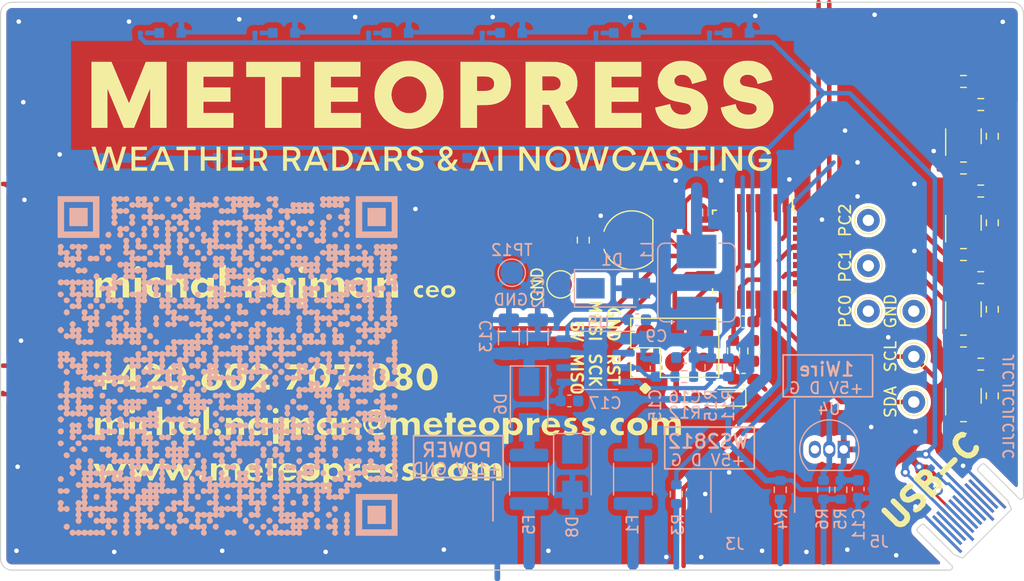
<source format=kicad_pcb>
(kicad_pcb (version 20211014) (generator pcbnew)
  (layers (0 "F.Cu" signal) (31 "B.Cu" signal) (34 "B.Paste" user) (35 "F.Paste" user) (36 "B.SilkS" user "B.Silkscreen") (37 "F.SilkS" user "F.Silkscreen") (38 "B.Mask" user) (39 "F.Mask" user) (44 "Edge.Cuts" user))
  (net 0 "")
  (net 1 "GND")
  (net 2 "Net-(D6-Pad2)")
  (net 3 "+5V")
  (net 18 "Net-(J2-PadA5)")
  (net 19 "Net-(J2-PadB5)")
  (net 20 "Net-(D101-Pad2)")
  (net 21 "Net-(D102-Pad2)")
  (net 22 "Net-(D103-Pad2)")
  (net 23 "Net-(D104-Pad2)")
  (net 24 "Net-(D105-Pad2)")
  (net 25 "Net-(D107-Pad2)")
  (net 26 "Net-(D108-Pad2)")
  (net 27 "Net-(D109-Pad2)")
  (net 28 "Net-(D110-Pad2)")
  (net 29 "Net-(D111-Pad2)")
  (net 30 "Net-(D112-Pad2)")
  (net 31 "unconnected-(J1-Pad2)")
  (net 32 "unconnected-(J1-Pad3)")
  (net 33 "unconnected-(J1-Pad4)")
  (net 34 "Net-(D106-Pad2)")
  (footprint "LED_SMD:LED_0603_1608Metric_Pad1.05x0.95mm_HandSolder" (layer "F.Cu") (at 163.906 134.83 180)
    (fp_text reference "D1" hide)
    (fp_text value "LED")
  )
  (footprint "Resistor_SMD:R_0603_1608Metric_Pad0.98x0.95mm_HandSolder" (layer "F.Cu") (at 151.27 120.94 90)
    (fp_text reference "R14" hide)
    (fp_text value "4k7")
  )
  (footprint "Connector_PinHeader_2.54mm:PinHeader_2x03_P2.54mm_Vertical" (layer "F.Cu") (at 156.777 131.698 90)
    (fp_text reference "J1" hide)
    (fp_text value "USB_B_Micro")
  )
  (footprint "Package_TO_SOT_SMD:SOT-23" (layer "F.Cu") (at 184.7144 134.659 90)
    (fp_text reference "Q5" hide)
    (fp_text value "MMBT3904")
  )
  (footprint "meteopress:MichalNajman" (layer "F.Cu") (at 134 133)
    (fp_text reference "G***" hide)
    (fp_text value "LOGO" hide)
  )
  (footprint "Resistor_SMD:R_0603_1608Metric_Pad0.98x0.95mm_HandSolder" (layer "F.Cu") (at 164.492 130.6855 90)
    (fp_text reference "R8" hide)
    (fp_text value "4k7")
  )
  (footprint "Package_TO_SOT_THT:TO-92_HandSolder" (layer "F.Cu") (at 155.54 122.21 90)
    (fp_text reference "U2" hide)
    (fp_text value "DS18B20")
  )
  (footprint "Resistor_SMD:R_0603_1608Metric_Pad0.98x0.95mm_HandSolder" (layer "F.Cu") (at 166.27 130.6975 -90)
    (fp_text reference "R9" hide)
    (fp_text value "10k")
  )
  (footprint "Package_TO_SOT_SMD:SOT-23" (layer "F.Cu") (at 184.7144 119.419 90)
    (fp_text reference "Q1" hide)
    (fp_text value "MMBT3904")
  )
  (footprint "meteopress:MeteopressLogo_Bare_Inv_60x6" (layer "F.Cu") (at 138 108.17)
    (fp_text reference "J3" hide)
    (fp_text value "Conn_01x01" hide)
  )
  (footprint "meteopress:TestPoint_THTPad_D2.0mm_Drill1.0mm" (layer "F.Cu") (at 176.35 123.2 -90)
    (fp_text reference "TP28" hide)
    (fp_text value "PC1")
  )
  (footprint "meteopress:TestPoint_THTPad_D2.0mm_Drill1.0mm" (layer "F.Cu") (at 180.35 135.2 -90)
    (fp_text reference "TP3" hide)
    (fp_text value "SDA")
  )
  (footprint "Resistor_SMD:R_0603_1608Metric_Pad0.98x0.95mm_HandSolder" (layer "F.Cu") (at 186.2384 109.005)
    (fp_text reference "R40" hide)
    (fp_text value "100k")
  )
  (footprint "Package_TO_SOT_SMD:SOT-23" (layer "F.Cu") (at 184.7144 127.039 90)
    (fp_text reference "Q3" hide)
    (fp_text value "MMBT3904")
  )
  (footprint "Capacitor_SMD:C_0603_1608Metric_Pad1.08x0.95mm_HandSolder" (layer "F.Cu") (at 165.381 128.14)
    (fp_text reference "C16" hide)
    (fp_text value "100n")
  )
  (footprint "meteopress:TestPoint_THTPad_D2.0mm_Drill1.0mm" (layer "F.Cu") (at 176.35 119.2 -90)
    (fp_text reference "TP29" hide)
    (fp_text value "PC2")
  )
  (footprint "Resistor_SMD:R_0603_1608Metric_Pad0.98x0.95mm_HandSolder" (layer "F.Cu") (at 186.2384 116.625 180)
    (fp_text reference "R22" hide)
    (fp_text value "10k")
  )
  (footprint "meteopress:PCB-USB-C_straight" (layer "F.Cu") (at 186.79 146.8 -135)
    (fp_text reference "J2" hide)
    (fp_text value "USB_C_Receptacle" hide)
    (fp_line (start -4.535 0) (end -4.385 0) (layer "Edge.Cuts") (width 0.1))
    (fp_line (start 4.185 0.2) (end 4.185 4.45) (layer "Edge.Cuts") (width 0.1))
    (fp_line (start 3.345 0.75) (end 3.345 4.45) (layer "Edge.Cuts") (width 0.1))
    (fp_line (start 3.545 4.65) (end 3.985 4.65) (layer "Edge.Cuts") (width 0.1))
    (fp_line (start -3.045 0) (end -3.345 0.75) (layer "Edge.Cuts") (width 0.1))
    (fp_line (start -3.345 0.75) (end -3.345 4.45) (layer "Edge.Cuts") (width 0.1))
    (fp_line (start 4.385 0) (end 4.5 0) (layer "Edge.Cuts") (width 0.1))
    (fp_line (start 3.045 0) (end 3.345 0.75) (layer "Edge.Cuts") (width 0.1))
    (fp_line (start -3.985 4.65) (end -3.545 4.65) (layer "Edge.Cuts") (width 0.1))
    (fp_line (start -3.045 0) (end 3.045 0) (layer "Edge.Cuts") (width 0.1))
    (fp_line (start -4.185 0.2) (end -4.185 4.45) (layer "Edge.Cuts") (width 0.1))
    (fp_arc (start 4.185 4.45) (mid 4.126421 4.591422) (end 3.985 4.65) (layer "Edge.Cuts") (width 0.1))
    (fp_arc (start 3.545 4.65) (mid 3.403578 4.591421) (end 3.345 4.45) (layer "Edge.Cuts") (width 0.1))
    (fp_arc (start -4.385 0) (mid -4.243579 0.058579) (end -4.185 0.2) (layer "Edge.Cuts") (width 0.1))
    (fp_arc (start -3.985 4.65) (mid -4.126421 4.591421) (end -4.185 4.45) (layer "Edge.Cuts") (width 0.1))
    (fp_arc (start 4.185 0.2) (mid 4.243578 0.058579) (end 4.385 0) (layer "Edge.Cuts") (width 0.1))
    (fp_arc (start -3.345 4.45) (mid -3.403579 4.591421) (end -3.545 4.65) (layer "Edge.Cuts") (width 0.1))
  )
  (footprint "Resistor_SMD:R_0603_1608Metric_Pad0.98x0.95mm_HandSolder" (layer "F.Cu") (at 184.7144 114.593)
    (fp_text reference "R41" hide)
    (fp_text value "47k")
  )
  (footprint "meteopress:MeteopressLogo_60x10" (layer "F.Cu") (at 138 110)
    (fp_text reference "G***" hide)
    (fp_text value "LOGO" hide)
  )
  (footprint "meteopress:TestPoint_THTPad_D2.0mm_Drill1.0mm" (layer "F.Cu") (at 180.35 131.2 -90)
    (fp_text reference "TP2" hide)
    (fp_text value "SCL")
  )
  (footprint "Resistor_SMD:R_0603_1608Metric_Pad0.98x0.95mm_HandSolder" (layer "F.Cu") (at 187.2544 127.039 90)
    (fp_text reference "R26" hide)
    (fp_text value "47k")
  )
  (footprint "Resistor_SMD:R_0603_1608Metric_Pad0.98x0.95mm_HandSolder" (layer "F.Cu") (at 187.2544 134.659 -90)
    (fp_text reference "R28" hide)
    (fp_text value "100k")
  )
  (footprint "Capacitor_SMD:C_0603_1608Metric_Pad1.08x0.95mm_HandSolder" (layer "F.Cu") (at 165.37 133.19 180)
    (fp_text reference "C14" hide)
    (fp_text value "1u")
  )
  (footprint "Resistor_SMD:R_0603_1608Metric_Pad0.98x0.95mm_HandSolder" (layer "F.Cu") (at 160.35 134.83 180)
    (fp_text reference "R11" hide)
    (fp_text value "4k7")
  )
  (footprint "Resistor_SMD:R_0603_1608Metric_Pad0.98x0.95mm_HandSolder" (layer "F.Cu") (at 187.2544 119.419 -90)
    (fp_text reference "R20" hide)
    (fp_text value "100k")
  )
  (footprint "meteopress:TestPoint_THTPad_D2.0mm_Drill1.0mm" (layer "F.Cu") (at 180.35 127.2 -90)
    (fp_text reference "TP14" hide)
    (fp_text value "GND")
  )
  (footprint "meteopress:TestPoint_THTPad_D2.0mm_Drill1.0mm" (layer "F.Cu") (at 176.35 127.2 -90)
    (fp_text reference "TP27" hide)
    (fp_text value "PC0")
  )
  (footprint "Resistor_SMD:R_0603_1608Metric_Pad0.98x0.95mm_HandSolder" (layer "F.Cu") (at 184.7144 122.213)
    (fp_text reference "R21" hide)
    (fp_text value "47k")
  )
  (footprint "Resistor_SMD:R_0603_1608Metric_Pad0.98x0.95mm_HandSolder" (layer "F.Cu") (at 186.2384 131.865 180)
    (fp_text reference "R30" hide)
    (fp_text value "10k")
  )
  (footprint "Resistor_SMD:R_0603_1608Metric_Pad0.98x0.95mm_HandSolder" (layer "F.Cu") (at 187.2544 111.799 90)
    (fp_text reference "R42" hide)
    (fp_text value "47k")
  )
  (footprint "Resistor_SMD:R_0603_1608Metric_Pad0.98x0.95mm_HandSolder" (layer "F.Cu") (at 184.7144 129.833)
    (fp_text reference "R25" hide)
    (fp_text value "47k")
  )
  (footprint "Package_QFP:TQFP-32_7x7mm_P0.8mm" (layer "F.Cu") (at 166.27 121.94 -90)
    (fp_text reference "U1" hide)
    (fp_text value "ATmega328P-AU")
  )
  (footprint "meteopress:TestPoint_THTPad_D2.0mm_Drill1.0mm" (layer "F.Cu") (at 149.27 124.84 -90)
    (fp_text reference "TP18" hide)
    (fp_text value "GND")
  )
  (footprint "Resistor_SMD:R_0603_1608Metric_Pad0.98x0.95mm_HandSolder" (layer "F.Cu") (at 186.2384 124.245)
    (fp_text reference "R24" hide)
    (fp_text value "100k")
  )
  (footprint "Package_TO_SOT_SMD:SOT-23" (layer "F.Cu") (at 184.7144 111.799 90)
    (fp_text reference "Q11" hide)
    (fp_text value "MMBT3904")
  )
  (footprint "Resistor_SMD:R_0603_1608Metric_Pad0.98x0.95mm_HandSolder" (layer "F.Cu") (at 184.7144 137.453)
    (fp_text reference "R29" hide)
    (fp_text value "47k")
  )
  (footprint "Resistor_SMD:R_0603_1608Metric_Pad0.98x0.95mm_HandSolder" (layer "F.Cu") (at 184.7144 106.973)
    (fp_text reference "R37" hide)
    (fp_text value "47k")
  )
  (footprint "meteopress:R_0201_woSilk" (layer "B.Cu") (at 112.62 102.7 180)
    (fp_text reference "R112" hide)
    (fp_text value "120")
  )
  (footprint "Resistor_SMD:R_0603_1608Metric" (layer "B.Cu") (at 168.598 142.9315 -90)
    (fp_text reference "R4")
    (fp_text value "150R")
  )
  (footprint "meteopress:D_0802_side_woSilk_C965872" (layer "B.Cu") (at 154.925 102.87)
    (fp_text reference "D108" hide)
    (fp_text value "LED")
  )
  (footprint "Capacitor_SMD:C_0603_1608Metric" (layer "B.Cu") (at 160.216 131.2815)
    (fp_text reference "C16")
    (fp_text value "22n")
  )
  (footprint "meteopress:D_0802_side_woSilk_C965872" (layer "B.Cu") (at 150.075 113.53 180)
    (fp_text reference "D105" hide)
    (fp_text value "LED")
  )
  (footprint "meteopress:D_0802_side_woSilk_C965872" (layer "B.Cu") (at 144.925 102.87)
    (fp_text reference "D109" hide)
    (fp_text value "LED")
  )
  (footprint "Capacitor_SMD:C_1206_3216Metric" (layer "B.Cu") (at 144.722 129.4545 90)
    (fp_text reference "C13")
    (fp_text value "4u7/50V")
  )
  (footprint "meteopress:R_0201_woSilk" (layer "B.Cu") (at 162.7 102.7 180)
    (fp_text reference "R107" hide)
    (fp_text value "120")
  )
  (footprint "Package_TO_SOT_THT:TO-92_Inline" (layer "B.Cu") (at 174.182445 139.374398 180)
    (fp_text reference "U4")
    (fp_text value "DS18B20")
  )
  (footprint "meteopress:R_0201_woSilk" (layer "B.Cu") (at 122.3 113.7)
    (fp_text reference "R102" hide)
    (fp_text value "120")
  )
  (footprint "meteopress:D_0802_side_woSilk_C965872" (layer "B.Cu") (at 140.075 113.53 180)
    (fp_text reference "D104" hide)
    (fp_text value "LED")
  )
  (footprint "Resistor_SMD:R_0603_1608Metric" (layer "B.Cu") (at 172.408 142.9305 90)
    (fp_text reference "R6")
    (fp_text value "330R")
  )
  (footprint "Capacitor_SMD:C_1206_3216Metric" (layer "B.Cu") (at 147.262 129.4545 90)
    (fp_text reference "C12")
    (fp_text value "4u7/50V")
  )
  (footprint "meteopress:R_0201_woSilk" (layer "B.Cu") (at 142.7 102.7 180)
    (fp_text reference "R109" hide)
    (fp_text value "120")
  )
  (footprint "Diode_SMD:D_SMA" (layer "B.Cu") (at 146.5 135.428 -90)
    (fp_text reference "D6")
    (fp_text value "D_Schottky")
  )
  (footprint "meteopress:R_0201_woSilk" (layer "B.Cu") (at 132.7 102.7 180)
    (fp_text reference "R110" hide)
    (fp_text value "120")
  )
  (footprint "Resistor_SMD:R_0603_1608Metric" (layer "B.Cu") (at 160.153 132.9615 180)
    (fp_text reference "R12")
    (fp_text value "100R")
  )
  (footprint "meteopress:D_0802_side_woSilk_C965872" (layer "B.Cu") (at 120.075 113.53 180)
    (fp_text reference "D102" hide)
    (fp_text value "LED")
  )
  (footprint "meteopress:D_0802_side_woSilk_C965872" (layer "B.Cu") (at 110.075 113.53 180)
    (fp_text reference "D101" hide)
    (fp_text value "LED")
  )
  (footprint "Diode_SMD:D_SMA" (layer "B.Cu") (at 153.898 125.1855)
    (fp_text reference "D1")
    (fp_text value "SS14")
  )
  (footprint "meteopress:vCard_MichalNajman_30" (layer "B.Cu") (at 120 132 180)
    (fp_text reference "G***" hide)
    (fp_text value "LOGO" hide)
  )
  (footprint "Capacitor_SMD:C_0603_1608Metric" (layer "B.Cu") (at 156.012 127.9535 180)
    (fp_text reference "C9")
    (fp_text value "100n")
  )
  (footprint "Fuse:Fuse_1812_4532Metric" (layer "B.Cu") (at 146.5 142 90)
    (fp_text reference "F5")
    (fp_text value "1A")
  )
  (footprint "meteopress:D_0802_side_woSilk_C965872" (layer "B.Cu") (at 114.925 102.87)
    (fp_text reference "D112" hide)
    (fp_text value "LED")
  )
  (footprint "TestPoint:TestPoint_THTPad_D2.0mm_Drill1.0mm" (layer "B.Cu") (at 144.976 123.8175 180)
    (fp_text reference "TP12")
    (fp_text value "GND")
  )
  (footprint "meteopress:D_0402_woSilk" (layer "B.Cu") (at 182.19 141.39 -45)
    (fp_text reference "R143" hide)
    (fp_text value "5k1")
  )
  (footprint "meteopress:D_0802_side_woSilk_C965872" (layer "B.Cu") (at 160.075 113.53 180)
    (fp_text reference "D106" hide)
    (fp_text value "LED")
  )
  (footprint "meteopress:D_0402_woSilk" (layer "B.Cu") (at 181.39 142.17 -45)
    (fp_text reference "R142" hide)
    (fp_text value "5k1")
  )
  (footprint "meteopress:D_0802_side_woSilk_C965872" (layer "B.Cu") (at 164.925 102.87)
    (fp_text reference "D107" hide)
    (fp_text value "LED")
  )
  (footprint "meteopress:R_0201_woSilk" (layer "B.Cu") (at 122.7 102.7 180)
    (fp_text reference "R111" hide)
    (fp_text value "120")
  )
  (footprint "Resistor_SMD:R_0603_1608Metric" (layer "B.Cu") (at 164.026 132.1365 -90)
    (fp_text reference "R11")
    (fp_text value "10k")
  )
  (footprint "meteopress:D_0802_side_woSilk_C965872" (layer "B.Cu") (at 134.925 102.87)
    (fp_text reference "D110" hide)
    (fp_text value "LED")
  )
  (footprint "meteopress:R_0201_woSilk" (layer "B.Cu") (at 112.3 113.7)
    (fp_text reference "R101" hide)
    (fp_text value "120")
  )
  (footprint "meteopress:R_0201_woSilk" (layer "B.Cu") (at 152.3 113.7)
    (fp_text reference "R105" hide)
    (fp_text value "120")
  )
  (footprint "Inductor_SMD:L_Bourns_SRP7028A_7.3x6.6mm" (layer "B.Cu") (at 161.232 124.6775 90)
    (fp_text reference "L1")
    (fp_text value "47u")
  )
  (footprint "meteopress:R_0201_woSilk" (layer "B.Cu") (at 132.3 113.7)
    (fp_text reference "R103" hide)
    (fp_text value "120")
  )
  (footprint "Capacitor_SMD:C_0603_1608Metric" (layer "B.Cu") (at 157.676 132.1865 90)
    (fp_text reference "C15")
    (fp_text value "8.2n")
  )
  (footprint "Fuse:Fuse_1812_4532Metric" (layer "B.Cu") (at 155.644 142 -90)
    (fp_text reference "F1")
    (fp_text value "0.5A")
  )
  (footprint "Resistor_SMD:R_0603_1608Metric" (layer "B.Cu") (at 159.454 143.3125 -90)
    (fp_text reference "R3")
    (fp_text value "330R")
  )
  (footprint "meteopress:D_0802_side_woSilk_C965872" (layer "B.Cu") (at 130.075 113.53 180)
    (fp_text reference "D103" hide)
    (fp_text value "LED")
  )
  (footprint "meteopress:R_0201_woSilk" (layer "B.Cu") (at 162.3 113.7)
    (fp_text reference "R106" hide)
    (fp_text value "120")
  )
  (footprint "Diode_SMD:D_SMA" (layer "B.Cu") (at 150.31 141.3755 -90)
    (fp_text reference "D8")
    (fp_text value "TVS")
  )
  (footprint "meteopress:R_0201_woSilk" (layer "B.Cu") (at 152.7 102.7 180)
    (fp_text reference "R108" hide)
    (fp_text value "120")
  )
  (footprint "Resistor_SMD:R_0603_1608Metric" (layer "B.Cu") (at 173.932 142.9315 -90)
    (fp_text reference "R5")
    (fp_text value "22k")
  )
  (footprint "Capacitor_SMD:C_0603_1608Metric" (layer "B.Cu") (at 175.456 142.8675 -90)
    (fp_text reference "C11")
    (fp_text value "100n")
  )
  (footprint "meteopress:D_0802_side_woSilk_C965872" (layer "B.Cu") (at 124.925 102.87)
    (fp_text reference "D111" hide)
    (fp_text value "LED")
  )
  (footprint "Capacitor_SMD:C_0603_1608Metric" (layer "B.Cu") (at 150.043 135.1045 180)
    (fp_text reference "C17")
    (fp_text value "8.2n")
  )
  (footprint "Resistor_SMD:R_0603_1608Metric" (layer "B.Cu") (at 162.502 132.1365 90)
    (fp_text reference "R15")
    (fp_text value "1k8")
  )
  (footprint "Package_SO:SOIC-8_3.9x4.9mm_P1.27mm" (layer "B.Cu") (at 152.342 131.5355 180)
    (fp_text reference "U5")
    (fp_text value "TPS54331")
  )
  (footprint "meteopress:R_0201_woSilk" (layer "B.Cu") (at 142.3 113.7)
    (fp_text reference "R104" hide)
    (fp_text value "120")
  )
  (gr_rect (start 168.852 131.0565) (end 176.726 134.7395) (layer "B.SilkS") (width 0.15) (fill none))
  (gr_line (start 169.868 134.9935) (end 169.868 144.8995) (layer "B.SilkS") (width 0.15))
  (gr_rect (start 158.438 137.4065) (end 166.312 141.0895) (layer "B.SilkS") (width 0.15) (fill none))
  (gr_line (start 162.502 141.3435) (end 162.502 144.8995) (layer "B.SilkS") (width 0.15))
  (gr_rect (start 136.34 138.1685) (end 144.214 141.8515) (layer "B.SilkS") (width 0.15) (fill none))
  (gr_line (start 143.325 142.2325) (end 143.325 145.6615) (layer "B.SilkS") (width 0.15))
  (gr_line (start 188.999999 100.000001) (end 101 100.000001) (layer "Edge.Cuts") (width 0.1))
  (gr_arc (start 188.999999 100.000001) (mid 189.707106 100.292894) (end 189.999999 101.000001) (layer "Edge.Cuts") (width 0.1))
  (gr_line (start 101.000001 149.999999) (end 183.608019 149.999999) (layer "Edge.Cuts") (width 0.1))
  (gr_arc (start 100 101) (mid 100.292893 100.292893) (end 101 100) (layer "Edge.Cuts") (width 0.1))
  (gr_arc (start 101.000001 149.999999) (mid 100.292894 149.707106) (end 100.000001 148.999999) (layer "Edge.Cuts") (width 0.1))
  (gr_line (start 183.608019 149.999999) (end 183.608019 149.991981) (layer "Edge.Cuts") (width 0.1))
  (gr_line (start 189.999999 143.603271) (end 189.996729 143.603271) (layer "Edge.Cuts") (width 0.1))
  (gr_line (start 100 101) (end 100 148.999999) (layer "Edge.Cuts") (width 0.1))
  (gr_line (start 189.999999 101.000001) (end 189.999999 143.603271) (layer "Edge.Cuts") (width 0.1))
  (gr_text "+12V GND" (at 140.15 141.0895) (layer "B.SilkS") (effects (font (size 1 1)) (justify mirror)))
  (gr_text "+5V D G" (at 172.662 133.9775) (layer "B.SilkS") (effects (font (size 1 1)) (justify mirror)))
  (gr_text "WS2812" (at 162.248 138.6765) (layer "B.SilkS") (effects (font (size 1.2 1.2) (thickness 0.2)) (justify mirror)))
  (gr_text "JLCJLCJLCJLC" (at 188.7 135.6 90) (layer "B.SilkS") (effects (font (size 0.9 0.9) (thickness 0.16)) (justify mirror)))
  (gr_text "J5" (at 177.3 147.5) (layer "B.SilkS") (effects (font (size 1 1)) (justify mirror)))
  (gr_text "J3" (at 164.6 147.7) (layer "B.SilkS") (effects (font (size 1 1)) (justify mirror)))
  (gr_text "GND" (at 144.9 126.2) (layer "B.SilkS") (effects (font (size 1 1)) (justify mirror)))
  (gr_text "POWER" (at 140.15 139.4385) (layer "B.SilkS") (effects (font (size 1.2 1.2) (thickness 0.2)) (justify mirror)))
  (gr_text "1Wire" (at 172.662 132.3265) (layer "B.SilkS") (effects (font (size 1.2 1.2) (thickness 0.2)) (justify mirror)))
  (gr_text "+5V D G" (at 162.248 140.3275) (layer "B.SilkS") (effects (font (size 1 1)) (justify mirror)))
  (gr_text "RST\nSCK\nMISO" (at 152.3 130.8 270) (layer "F.SilkS") (effects (font (size 1 1) (thickness 0.2)) (justify left)))
  (gr_text "." (at 159.188 134 270) (layer "F.SilkS") (effects (font (size 6 6) (thickness 0.4))))
  (gr_text "GND\nMOSI\n5V" (at 152.3 130 270) (layer "F.SilkS") (effects (font (size 1 1) (thickness 0.2)) (justify right)))
  (gr_text "USB-C" (at 181.9 142.163768 45) (layer "F.SilkS") (effects (font (size 2 2) (thickness 0.5))))
  (segment (start 173.975 135.2) (end 180.35 135.2) (width 0.4) (layer "F.Cu") (net 0))
  (segment (start 168.27 127.94) (end 170.77 130.44) (width 0.4) (layer "F.Cu") (net 0))
  (segment (start 183.0644 129.0955) (end 183.0644 126.2322) (width 0.4) (layer "F.Cu") (net 0))
  (segment (start 162.02 119.94) (end 163.05 119.94) (width 0.4) (layer "F.Cu") (net 0))
  (segment (start 154.213 126.725) (end 155.059 125.879) (width 0.4) (layer "F.Cu") (net 0))
  (segment (start 183.7704 112.7365) (end 185.6269 114.593) (width 0.4) (layer "F.Cu") (net 0))
  (segment (start 169.67 121.54) (end 168.47 122.74) (width 0.4) (layer "F.Cu") (net 0))
  (segment (start 183.8019 106.973) (end 183.102 106.973) (width 0.4) (layer "F.Cu") (net 0))
  (segment (start 172.12 123.14) (end 170.52 123.14) (width 0.4) (layer "F.Cu") (net 0))
  (segment (start 162.02 119.14) (end 162.02 118.11) (width 0.4) (layer "F.Cu") (net 0))
  (segment (start 163.05 119.94) (end 163.72 119.27) (width 0.4) (layer "F.Cu") (net 0))
  (segment (start 185.6644 126.343) (end 185.9844 126.023) (width 0.6) (layer "F.Cu") (net 0))
  (segment (start 187.6449 124.739) (end 187.1509 124.245) (width 0.4) (layer "F.Cu") (net 0))
  (segment (start 187.6449 132.359) (end 189.0582 132.359) (width 0.4) (layer "F.Cu") (net 0))
  (segment (start 100.2 134.5) (end 109 134.5) (width 0.4) (layer "F.Cu") (net 0))
  (segment (start 109 134.5) (end 114.775 128.725) (width 0.4) (layer "F.Cu") (net 0))
  (segment (start 167.47 120.0225) (end 167.4695 120.023) (width 0.4) (layer "F.Cu") (net 0))
  (segment (start 173.5375 134.7625) (end 173.975 135.2) (width 0.4) (layer "F.Cu") (net 0))
  (segment (start 153.991 128.725) (end 154.513 128.203) (width 0.4) (layer "F.Cu") (net 0))
  (segment (start 167.47 117.69) (end 167.47 120.0225) (width 0.4) (layer "F.Cu") (net 0))
  (segment (start 167.4695 120.69) (end 167.4695 121.6295) (width 0.4) (layer "F.Cu") (net 0))
  (segment (start 183.7644 127.9765) (end 183.7704 127.9765) (width 0.4) (layer "F.Cu") (net 0))
  (segment (start 173.21 118.81) (end 172.65 118.25) (width 0.4) (layer "F.Cu") (net 0))
  (segment (start 114.775 128.725) (end 153.991 128.725) (width 0.4) (layer "F.Cu") (net 0))
  (segment (start 170.52 123.94) (end 169.11 123.94) (width 0.4) (layer "F.Cu") (net 0))
  (segment (start 168.27 117.69) (end 168.27 119.0995) (width 0.4) (layer "F.Cu") (net 0))
  (segment (start 174.01 118.52) (end 174.01 119.78) (width 0.4) (layer "F.Cu") (net 0))
  (segment (start 187.7764 136.959) (end 187.2544 136.437) (width 0.4) (layer "F.Cu") (net 0))
  (segment (start 165.755 124.43) (end 167.43 124.43) (width 0.4) (layer "F.Cu") (net 0))
  (segment (start 187.7764 136.959) (end 189.0582 136.959) (width 0.4) (layer "F.Cu") (net 0))
  (segment (start 185.6644 111.103) (end 185.9844 110.783) (width 0.6) (layer "F.Cu") (net 0))
  (segment (start 172.85 123.87) (end 172.12 123.14) (width 0.4) (layer "F.Cu") (net 0))
  (segment (start 107.8 132) (end 113.075 126.725) (width 0.4) (layer "F.Cu") (net 0))
  (segment (start 165.87 120.6795) (end 165.87 121.6295) (width 0.4) (layer "F.Cu") (net 0))
  (segment (start 187.6449 132.359) (end 187.1509 131.865) (width 0.4) (layer "F.Cu") (net 0))
  (segment (start 187.6449 124.739) (end 189.2782 124.739) (width 0.4) (layer "F.Cu") (net 0))
  (segment (start 183.079472 122.213) (end 183.8019 122.213) (width 0.4) (layer "F.Cu") (net 0))
  (segment (start 170.52 121.54) (end 169.67 121.54) (width 0.4) (layer "F.Cu") (net 0))
  (segment (start 163.031 134.83) (end 161.2625 134.83) (width 0.5) (layer "F.Cu") (net 0))
  (segment (start 184.7144 117.2365) (end 185.3259 116.625) (width 0.4) (layer "F.Cu") (net 0))
  (segment (start 167.345 127.896793) (end 167.47 127.771793) (width 0.4) (layer "F.Cu") (net 0))
  (segment (start 100.2 134.4) (end 100.2 134.5) (width 0.4) (layer "F.Cu") (net 0))
  (segment (start 165.87 120.0225) (end 165.87 120.6795) (width 0.4) (layer "F.Cu") (net 0))
  (segment (start 100.2 132) (end 107.8 132) (width 0.4) (layer "F.Cu") (net 0))
  (segment (start 185.6644 120.3565) (end 185.6644 118.723) (width 0.6) (layer "F.Cu") (net 0))
  (segment (start 183.102 106.973) (end 182.35 107.725) (width 0.4) (layer "F.Cu") (net 0))
  (segment (start 165.165 137.725) (end 160.097 142.793) (width 0.4) (layer "F.Cu") (net 0))
  (segment (start 160.097 146.913) (end 160.097 142.793) (width 0.4) (layer "F.Cu") (net 0))
  (segment (start 172.15 118.25) (end 171.97 118.07) (width 0.4) (layer "F.Cu") (net 0))
  (segment (start 183.8019 129.833) (end 183.0644 129.0955) (width 0.4) (layer "F.Cu") (net 0))
  (segment (start 173.05 120.74) (end 170.52 120.74) (width 0.4) (layer "F.Cu") (net 0))
  (segment (start 183.7644 112.7365) (end 183.7704 112.7365) (width 0.4) (layer "F.Cu") (net 0))
  (segment (start 172.85 134.075) (end 173.5375 134.7625) (width 0.4) (layer "F.Cu") (net 0))
  (segment (start 169.07 126.84) (end 170.77 128.54) (width 0.4) (layer "F.Cu") (net 0))
  (segment (start 171.97 118.07) (end 171.97 100) (width 0.4) (layer "F.Cu") (net 0))
  (segment (start 158.928 120.94) (end 159.528 121.54) (width 0.4) (layer "F.Cu") (net 0))
  (segment (start 187.2544 136.437) (end 187.2544 135.5715) (width 0.4) (layer "F.Cu") (net 0))
  (segment (start 169.15 137.725) (end 165.165 137.725) (width 0.4) (layer "F.Cu") (net 0))
  (segment (start 183.9 137.5511) (end 183.8019 137.453) (width 0.4) (layer "F.Cu") (net 0))
  (segment (start 166.67 126.19) (end 166.67 127.6095) (width 0.4) (layer "F.Cu") (net 0))
  (segment (start 165.87 121.6295) (end 165.8705 121.63) (width 0.4) (layer "F.Cu") (net 0))
  (segment (start 187.2544 132.7495) (end 187.6449 132.359) (width 0.4) (layer "F.Cu") (net 0))
  (segment (start 171.595 119.94) (end 171.625 119.97) (width 0.4) (layer "F.Cu") (net 0))
  (segment (start 159.576 123.14) (end 154.513 128.203) (width 0.4) (layer "F.Cu") (net 0))
  (segment (start 167.47 127.771793) (end 167.47 126.19) (width 0.4) (layer "F.Cu") (net 0))
  (segment (start 159.528 121.54) (end 162.02 121.54) (width 0.4) (layer "F.Cu") (net 0))
  (segment (start 183.6699 114.725) (end 183.8019 114.593) (width 0.4) (layer "F.Cu") (net 0))
  (segment (start 170.52 126.29) (end 170.77 126.54) (width 0.4) (layer "F.Cu") (net 0))
  (segment (start 162.02 118.11) (end 161.81 117.9) (width 0.4) (layer "F.Cu") (net 0))
  (segment (start 161.302 126.023) (end 162.02 125.305) (width 0.4) (layer "F.Cu") (net 0))
  (segment (start 165.07 126.19) (end 165.07 125.115) (width 0.4) (layer "F.Cu") (net 0))
  (segment (start 162.02 122.34) (end 158.598 122.34) (width 0.4) (layer "F.Cu") (net 0))
  (segment (start 184.7144 110.8615) (end 184.7144 109.6165) (width 0.4) (layer "F.Cu") (net 0))
  (segment (start 171.625 119.97) (end 172.75 119.97) (width 0.4) (layer "F.Cu") (net 0))
  (segment (start 165.87 117.69) (end 165.87 120.0225) (width 0.4) (layer "F.Cu") (net 0))
  (segment (start 172.75 119.97) (end 173.21 119.51) (width 0.4) (layer "F.Cu") (net 0))
  (segment (start 172.85 133.125) (end 172.85 132.45) (width 0.4) (layer "F.Cu") (net 0))
  (segment (start 187.2544 126.1265) (end 187.2544 125.1295) (width 0.4) (layer "F.Cu") (net 0))
  (segment (start 184.7144 126.1015) (end 184.7144 124.8565) (width 0.4) (layer "F.Cu") (net 0))
  (segment (start 169.07 117.69) (end 169.07 119.94) (width 0.4) (layer "F.Cu") (net 0))
  (segment (start 154.27 120.94) (end 152.1825 120.94) (width 0.4) (layer "F.Cu") (net 0))
  (segment (start 158.598 122.34) (end 155.059 125.879) (width 0.4) (layer "F.Cu") (net 0))
  (segment (start 168.27 126.19) (end 168.27 127.94) (width 0.4) (layer "F.Cu") (net 0))
  (segment (start 184.7144 109.6165) (end 185.3259 109.005) (width 0.4) (layer "F.Cu") (net 0))
  (segment (start 167.4695 121.6295) (end 167.48 121.64) (width 0.4) (layer "F.Cu") (net 0))
  (segment (start 172.85 132.45) (end 172.85 134.075) (width 0.4) (layer "F.Cu") (net 0))
  (segment (start 187.7764 129.339) (end 187.2544 128.817) (width 0.4) (layer "F.Cu") (net 0))
  (segment (start 154.27 120.94) (end 158.928 120.94) (width 0.4) (layer "F.Cu") (net 0))
  (segment (start 172.85 134.025) (end 169.15 137.725) (width 0.4) (layer "F.Cu") (net 0))
  (segment (start 187.7764 129.339) (end 189.1782 129.339) (width 0.4) (layer "F.Cu") (net 0))
  (segment (start 174.01 119.78) (end 173.05 120.74) (width 0.4) (layer "F.Cu") (net 0))
  (segment (start 169.07 119.94) (end 169.07 120.53) (width 0.4) (layer "F.Cu") (net 0))
  (segment (start 113.075 126.725) (end 154.213 126.725) (width 0.4) (layer "F.Cu") (net 0))
  (segment (start 152.1825 120.94) (end 151.27 121.8525) (width 0.4) (layer "F.Cu") (net 0))
  (segment (start 187.2544 117.5095) (end 187.6449 117.119) (width 0.4) (layer "F.Cu") (net 0))
  (segment (start 162.02 125.305) (end 162.02 124.74) (width 0.4) (layer "F.Cu") (net 0))
  (segment (start 185.6644 112.7365) (end 185.6644 111.103) (width 0.6) (layer "F.Cu") (net 0))
  (segment (start 187.2544 118.5065) (end 187.2544 117.5095) (width 0.4) (layer "F.Cu") (net 0))
  (segment (start 187.6449 117.119) (end 189.1982 117.119) (width 0.4) (layer "F.Cu") (net 0))
  (segment (start 183.7704 127.9765) (end 185.6269 129.833) (width 0.4) (layer "F.Cu") (net 0))
  (segment (start 165.07 125.115) (end 165.755 124.43) (width 0.4) (layer "F.Cu") (net 0))
  (segment (start 170.52 124.74) (end 170.52 126.29) (width 0.4) (layer "F.Cu") (net 0))
  (segment (start 172.91 100) (end 172.91 117.42) (width 0.4) (layer "F.Cu") (net 0))
  (segment (start 183.0644 126.2322) (end 180.6 123.7678) (width 0.4) (layer "F.Cu") (net 0))
  (segment (start 183.9 138.825) (end 183.9 137.5511) (width 0.4) (layer "F.Cu") (net 0))
  (segment (start 173.21 119.51) (end 173.21 118.81) (width 0.4) (layer "F.Cu") (net 0))
  (segment (start 184.7144 133.7215) (end 184.7144 132.4765) (width 0.4) (layer "F.Cu") (net 0))
  (segment (start 167.39491 127.946703) (end 167.345 127.896793) (width 0.4) (layer "F.Cu") (net 0))
  (segment (start 151.32 121.915) (end 148.92 124.315) (width 0.4) (layer "F.Cu") (net 0))
  (segment (start 169.07 120.53) (end 168.76 120.84) (width 0.4) (layer "F.Cu") (net 0))
  (segment (start 170.52 119.94) (end 171.595 119.94) (width 0.4) (layer "F.Cu") (net 0))
  (segment (start 167.4695 120.023) (end 167.4695 120.69) (width 0.4) (layer "F.Cu") (net 0))
  (segment (start 187.2544 125.1295) (end 187.6449 124.739) (width 0.4) (layer "F.Cu") (net 0))
  (segment (start 185.6644 135.5965) (end 185.6644 133.963) (width 0.6) (layer "F.Cu") (net 0))
  (segment (start 184.7144 132.4765) (end 185.3259 131.865) (width 0.4) (layer "F.Cu") (net 0))
  (segment (start 172.85 134.075) (end 172.85 133.125) (width 0.4) (layer "F.Cu") (net 0))
  (segment (start 182.55 114.725) (end 183.6699 114.725) (width 0.4) (layer "F.Cu") (net 0))
  (segment (start 183.7704 135.5965) (end 185.6269 137.453) (width 0.4) (layer "F.Cu") (net 0))
  (segment (start 185.6644 127.9765) (end 185.6644 126.343) (width 0.6) (layer "F.Cu") (net 0))
  (segment (start 172.85 133.125) (end 172.85 134.025) (width 0.4) (layer "F.Cu") (net 0))
  (segment (start 160.097 146.913) (end 160.097 149.639) (width 0.4) (layer "F.Cu") (net 0))
  (segment (start 172.91 117.42) (end 174.01 118.52) (width 0.4) (layer "F.Cu") (net 0))
  (segment (start 180.700736 119.834264) (end 183.079472 122.213) (width 0.4) (layer "F.Cu") (net 0))
  (segment (start 172.65 118.25) (end 172.15 118.25) (width 0.4) (layer "F.Cu") (net 0))
  (segment (start 166.67 127.6095) (end 166.2435 128.036) (width 0.4) (layer "F.Cu") (net 0))
  (segment (start 184.7144 124.8565) (end 185.3259 124.245) (width 0.4) (layer "F.Cu") (net 0))
  (segment (start 187.6449 117.119) (end 187.1509 116.625) (width 0.4) (layer "F.Cu") (net 0))
  (segment (start 187.2544 128.817) (end 187.2544 127.9515) (width 0.4) (layer "F.Cu") (net 0))
  (segment (start 162.02 119.94) (end 163.07 119.94) (width 0.4) (layer "F.Cu") (net 0))
  (segment (start 184.7144 118.4815) (end 184.7144 117.2365) (width 0.4) (layer "F.Cu") (net 0))
  (segment (start 169.07 126.19) (end 169.07 126.84) (width 0.4) (layer "F.Cu") (net 0))
  (segment (start 187.2544 133.7465) (end 187.2544 132.7495) (width 0.4) (layer "F.Cu") (net 0))
  (segment (start 162.02 123.14) (end 159.576 123.14) (width 0.4) (layer "F.Cu") (net 0))
  (segment (start 172.85 132.45) (end 172.85 123.87) (width 0.4) (layer "F.Cu") (net 0))
  (segment (start 185.6644 133.963) (end 185.9844 133.643) (width 0.6) (layer "F.Cu") (net 0))
  (segment (start 169.11 123.94) (end 168.87 124.18) (width 0.4) (layer "F.Cu") (net 0))
  (segment (start 185.6644 118.723) (end 185.9844 118.403) (width 0.6) (layer "F.Cu") (net 0))
  (segment (start 183.7644 135.5965) (end 183.7704 135.5965) (width 0.4) (layer "F.Cu") (net 0))
  (segment (start 172.408 147.555) (end 172.408 143.7555) (width 0.5) (layer "B.Cu") (net 0))
  (segment (start 173.932 143.7565) (end 172.409 143.7565) (width 0.5) (layer "B.Cu") (net 0))
  (segment (start 155.644 144.1375) (end 155.644 149.499999) (width 1) (layer "B.Cu") (net 0))
  (segment (start 149.867 129.6305) (end 149.867 128.5785) (width 0.375) (layer "B.Cu") (net 0))
  (segment (start 169.36 133.9775) (end 165.296 138.0415) (width 0.375) (layer "B.Cu") (net 0))
  (segment (start 172.409 143.7565) (end 172.408 143.7555) (width 0.5) (layer "B.Cu") (net 0))
  (segment (start 155.644 147.5665) (end 155.644 144.1375) (width 1) (layer "B.Cu") (net 0))
  (segment (start 159.454 141.3435) (end 159.454 142.4875) (width 0.375) (layer "B.Cu") (net 0))
  (segment (start 146.5 144.1375) (end 146.5 149.499999) (width 1) (layer "B.Cu") (net 0))
  (segment (start 155.237 127.9535) (end 154.192 127.9535) (width 0.375) (layer "B.Cu") (net 0))
  (segment (start 169.36 133.9775) (end 169.36 118.04) (width 0.375) (layer "B.Cu") (net 0))
  (segment (start 169.36 118.04) (end 173.3 114.1) (width 0.375) (layer "B.Cu") (net 0))
  (segment (start 162.756 138.0415) (end 159.454 141.3435) (width 0.375) (layer "B.Cu") (net 0))
  (segment (start 155.237 127.9535) (end 150.492 127.9535) (width 0.375) (layer "B.Cu") (net 0))
  (segment (start 172.408 143.7555) (end 172.408 149.308) (width 0.5) (layer "B.Cu") (net 0))
  (segment (start 150.492 127.9535) (end 149.867 128.5785) (width 0.375) (layer "B.Cu") (net 0))
  (segment (start 167.83 111.58) (end 168.39 111.02) (width 0.8) (layer "F.Cu") (net 1))
  (segment (start 187.002132 143.133045) (end 184.684543 140.815457) (width 0.25) (layer "F.Cu") (net 1))
  (segment (start 168.39 105.05) (end 168.1 104.76) (width 0.8) (layer "F.Cu") (net 1))
  (segment (start 166.27 131.61) (end 164.504 131.61) (width 0.4) (layer "F.Cu") (net 1))
  (segment (start 187.2544 113.577) (end 187.2544 112.7115) (width 0.4) (layer "F.Cu") (net 1))
  (segment (start 164.781 134.83) (end 165.36 134.83) (width 0.4) (layer "F.Cu") (net 1))
  (segment (start 107.600673 110.958025) (end 107.600673 103.090673) (width 0.8) (layer "F.Cu") (net 1))
  (segment (start 107.87 111.58) (end 167.83 111.58) (width 0.8) (layer "F.Cu") (net 1))
  (segment (start 107.600673 111.310673) (end 107.600673 110.958025) (width 0.8) (layer "F.Cu") (net 1))
  (segment (start 187.7764 114.099) (end 189.1382 114.099) (width 0.4) (layer "F.Cu") (net 1))
  (segment (start 170.52 119.14) (end 172.27 119.14) (width 0.4) (layer "F.Cu") (net 1))
  (segment (start 168.39 111.02) (end 168.39 105.05) (width 0.8) (layer "F.Cu") (net 1))
  (segment (start 164.492 131.598) (end 161.957 131.598) (width 0.4) (layer "F.Cu") (net 1))
  (segment (start 161.957 131.598) (end 161.857 131.698) (width 0.4) (layer "F.Cu") (net 1))
  (segment (start 106.73 104.76) (end 103.67 101.7) (width 0.8) (layer "F.Cu") (net 1))
  (segment (start 183.113045 147.013045) (end 180.5 144.4) (width 0.25) (layer "F.Cu") (net 1))
  (segment (start 165.36 134.83) (end 165.97 135.44) (width 0.4) (layer "F.Cu") (net 1))
  (segment (start 164.5075 131.6135) (end 164.492 131.598) (width 0.4) (layer "F.Cu") (net 1))
  (segment (start 103.67 101.7) (end 101.6 101.7) (width 0.8) (layer "F.Cu") (net 1))
  (segment (start 168.1 104.76) (end 106.73 104.76) (width 0.8) (layer "F.Cu") (net 1))
  (segment (start 164.5075 133.19) (end 164.5075 131.6135) (width 0.4) (layer "F.Cu") (net 1))
  (segment (start 107.87 111.58) (end 107.600673 111.310673) (width 0.8) (layer "F.Cu") (net 1))
  (segment (start 184.684543 140.815457) (end 184.662855 140.793768) (width 0.25) (layer "F.Cu") (net 1))
  (segment (start 164.504 131.61) (end 164.492 131.598) (width 0.4) (layer "F.Cu") (net 1))
  (segment (start 187.7764 114.099) (end 187.2544 113.577) (width 0.4) (layer "F.Cu") (net 1))
  (segment (start 183.113045 147.022132) (end 183.113045 147.013045) (width 0.25) (layer "F.Cu") (net 1))
  (via (at 158.575 148.85) (size 0.8) (drill 0.4) (layers "F.Cu" "B.Cu") (net 1))
  (via (at 188.175 101.725) (size 0.8) (drill 0.4) (layers "F.Cu" "B.Cu") (net 1))
  (via (at 175.4 114.1) (size 0.8) (drill 0.4) (layers "F.Cu" "B.Cu") (net 1))
  (via (at 163.4 115.7) (size 0.8) (drill 0.4) (layers "F.Cu" "B.Cu") (net 1))
  (via (at 119.5 148.3) (size 0.8) (drill 0.4) (layers "F.Cu" "B.Cu") (net 1))
  (via (at 182.1 113.1) (size 0.8) (drill 0.4) (layers "F.Cu" "B.Cu") (net 1))
  (via (at 174.3 111.3) (size 0.8) (drill 0.4) (layers "F.Cu" "B.Cu") (net 1))
  (via (at 136.5 118.2) (size 0.8) (drill 0.4) (layers "F.Cu" "B.Cu") (net 1))
  (via (at 178.1 129.5) (size 0.8) (drill 0.4) (layers "F.Cu" "B.Cu") (net 1))
  (via (at 180.4 116) (size 0.8) (drill 0.4) (layers "F.Cu" "B.Cu") (net 1))
  (via (at 159.4 115.7) (size 0.8) (drill 0.4) (layers "F.Cu" "B.Cu") (net 1))
  (via (at 174.5 148.2) (size 0.8) (drill 0.4) (layers "F.Cu" "B.Cu") (net 1))
  (via (at 102.1 117.4) (size 0.8) (drill 0.4) (layers "F.Cu" "B.Cu") (net 1))
  (via (at 162 143.3) (size 0.8) (drill 0.4) (layers "F.Cu" "B.Cu") (net 1))
  (via (at 110 148.4) (size 0.8) (drill 0.4) (layers "F.Cu" "B.Cu") (net 1))
  (via (at 180.4 121.9) (size 0.8) (drill 0.4) (layers "F.Cu" "B.Cu") (net 1))
  (via (at 105.2 113.4) (size 0.8) (drill 0.4) (layers "F.Cu" "B.Cu") (net 1))
  (via (at 101.6 101.7) (size 0.8) (drill 0.4) (layers "F.Cu" "B.Cu") (net 1))
  (via (at 131.2 101.3) (size 0.8) (drill 0.4) (layers "F.Cu" "B.Cu") (net 1))
  (via (at 184.684543 140.815457) (size 0.8) (drill 0.4) (layers "F.Cu" "B.Cu") (net 1))
  (via (at 128.6 148.4) (size 0.8) (drill 0.4) (layers "F.Cu" "B.Cu") (net 1))
  (via (at 161.65 148.85) (size 0.8) (drill 0.4) (layers "F.Cu" "B.Cu") (net 1))
  (via (at 176.6 137.4) (size 0.8) (drill 0.4) (layers "F.Cu" "B.Cu") (net 1))
  (via (at 175.4 117.1) (size 0.8) (drill 0.4) (layers "F.Cu" "B.Cu") (net 1))
  (via (at 121 101.5) (size 0.8) (drill 0.4) (layers "F.Cu" "B.Cu") (net 1))
  (via (at 180.8 140.9) (size 0.8) (drill 0.4) (layers "F.Cu" "B.Cu") (net 1))
  (via (at 102 108.8) (size 0.8) (drill 0.4) (layers "F.Cu" "B.Cu") (net 1))
  (via (at 111.3 101.7) (size 0.8) (drill 0.4) (layers "F.Cu" "B.Cu") (net 1))
  (via (at 178.8 148.7) (size 0.8) (drill 0.4) (layers "F.Cu" "B.Cu") (net 1))
  (via (at 167 148.3) (size 0.8) (drill 0.4) (layers "F.Cu" "B.Cu") (net 1))
  (via (at 143.3 101.3) (size 0.8) (drill 0.4) (layers "F.Cu" "B.Cu") (net 1))
  (via (at 155.4 101.3) (size 0.8) (drill 0.4) (layers "F.Cu" "B.Cu") (net 1))
  (via (at 180.5 137.8) (size 0.8) (drill 0.4) (layers "F.Cu" "B.Cu") (net 1))
  (via (at 152.8 118.8) (size 0.8) (drill 0.4) (layers "F.Cu" "B.Cu") (net 1))
  (via (at 101.5 140.9) (size 0.8) (drill 0.4) (layers "F.Cu" "B.Cu") (net 1))
  (via (at 176.9 101.1) (size 0.8) (drill 0.4) (layers "F.Cu" "B.Cu") (net 1))
  (via (at 180.5 144.4) (size 0.8) (drill 0.4) (layers "F.Cu" "B.Cu") (net 1))
  (via (at 172.27 119.14) (size 0.8) (drill 0.4) (layers "F.Cu" "B.Cu") (net 1))
  (via (at 101.4 148.3) (size 0.8) (drill 0.4) (layers "F.Cu" "B.Cu") (net 1))
  (via (at 166.4 101.2) (size 0.8) (drill 0.4) (layers "F.Cu" "B.Cu") (net 1))
  (via (at 164.1 141.4) (size 0.8) (drill 0.4) (layers "F.Cu" "B.Cu") (net 1))
  (via (at 139 148.2) (size 0.8) (drill 0.4) (layers "F.Cu" "B.Cu") (net 1))
  (via (at 170.9 148.4) (size 0.8) (drill 0.4) (layers "F.Cu" "B.Cu") (net 1))
  (via (at 101.8 129.8) (size 0.8) (drill 0.4) (layers "F.Cu" "B.Cu") (net 1))
  (via (at 148.2 148.3) (size 0.8) (drill 0.4) (layers "F.Cu" "B.Cu") (net 1))
  (via (at 169.4 115.6) (size 0.8) (drill 0.4) (layers "F.Cu" "B.Cu") (net 1))
  (segment (start 142.944 131.1835) (end 142.944 132.7075) (width 0.5) (layer "B.Cu") (net 1))
  (segment (start 158.946 127.5005) (end 161.134 127.5005) (width 1) (layer "B.Cu") (net 1))
  (segment (start 157.858 127.9535) (end 158.438 127.3735) (width 0.375) (layer "B.Cu") (net 1))
  (segment (start 149.867 130.9005) (end 147.291 130.9005) (width 1) (layer "B.Cu") (net 1))
  (segment (start 187.002132 143.133045) (end 184.662855 140.793768) (width 0.25) (layer "B.Cu") (net 1))
  (segment (start 143.706 133.4695) (end 143.706 150.7415) (width 0.5) (layer "B.Cu") (net 1))
  (segment (start 183.113045 147.022132) (end 180.9 144.809087) (width 0.25) (layer "B.Cu") (net 1))
  (segment (start 144.722 130.9295) (end 146.373 130.9295) (width 1) (layer "B.Cu") (net 1))
  (segment (start 160.499 129.6305) (end 161.232 128.8975) (width 1) (layer "B.Cu") (net 1))
  (segment (start 149.268 135.1045) (end 149.268 134.0395) (width 0.375) (layer "B.Cu") (net 1))
  (segment (start 158.438 127.3735) (end 158.438 126.9925) (width 0.375) (layer "B.Cu") (net 1))
  (segment (start 157.52 125.1855) (end 158.438 126.1035) (width 1) (layer "B.Cu") (net 1))
  (segment (start 160.978 132.9615) (end 160.978 131.2945) (width 0.375) (layer "B.Cu") (net 1))
  (segment (start 149.268 134.0395) (end 149.867 133.4405) (width 0.375) (layer "B.Cu") (net 1))
  (segment (start 143.198 130.9295) (end 137.864 130.9295) (width 1) (layer "B.Cu") (net 1))
  (segment (start 143.198 130.9295) (end 144.722 130.9295) (width 1) (layer "B.Cu") (net 1))
  (segment (start 181.457053 141.457053) (end 180.8 140.8) (width 0.25) (layer "B.Cu") (net 1))
  (segment (start 181.057053 141.857053) (end 181.457053 141.457053) (width 0.25) (layer "B.Cu") (net 1))
  (segment (start 142.944 132.7075) (end 143.706 133.4695) (width 0.5) (layer "B.Cu") (net 1))
  (segment (start 154.817 129.6305) (end 160.499 129.6305) (width 1) (layer "B.Cu") (net 1))
  (segment (start 183.113045 147.022132) (end 180.5 144.409087) (width 0.25) (layer "B.Cu") (net 1))
  (segment (start 161.134 127.5005) (end 161.232 127.4025) (width 1) (layer "B.Cu") (net 1))
  (segment (start 146.373 130.9295) (end 147.262 130.9295) (width 1) (layer "B.Cu") (net 1))
  (segment (start 146.5 131.0565) (end 146.373 130.9295) (width 1) (layer "B.Cu") (net 1))
  (segment (start 160.978 131.2945) (end 160.991 131.2815) (width 0.375) (layer "B.Cu") (net 1))
  (segment (start 181.457053 141.457053) (end 181.857053 141.057053) (width 0.25) (layer "B.Cu") (net 1))
  (segment (start 143.198 130.9295) (end 142.944 131.1835) (width 0.5) (layer "B.Cu") (net 1))
  (segment (start 146.5 133.428) (end 146.5 131.0565) (width 1) (layer "B.Cu") (net 1))
  (segment (start 158.438 126.1035) (end 158.438 126.9925) (width 1) (layer "B.Cu") (net 1))
  (segment (start 161.232 128.8975) (end 161.232 127.4025) (width 1) (layer "B.Cu") (net 1))
  (segment (start 147.291 130.9005) (end 147.262 130.9295) (width 1) (layer "B.Cu") (net 1))
  (segment (start 156.673 127.9535) (end 157.858 127.9535) (width 0.375) (layer "B.Cu") (net 1))
  (segment (start 155.898 125.1855) (end 157.52 125.1855) (width 1) (layer "B.Cu") (net 1))
  (segment (start 158.438 126.9925) (end 158.946 127.5005) (width 1) (layer "B.Cu") (net 1))
  (segment (start 149.548 136.8985) (end 147.0295 136.8985) (width 1) (layer "B.Cu") (net 2))
  (segment (start 146.5 139.8625) (end 146.5 137.428) (width 1) (layer "B.Cu") (net 2))
  (segment (start 150.31 137.6605) (end 149.548 136.8985) (width 1) (layer "B.Cu") (net 2))
  (segment (start 150.31 139.3755) (end 150.31 137.6605) (width 1) (layer "B.Cu") (net 2))
  (segment (start 147.0295 136.8985) (end 146.5 137.428) (width 1) (layer "B.Cu") (net 2))
  (segment (start 166.2325 133.19) (end 166.37 133.19) (width 0.4) (layer "F.Cu") (net 3))
  (segment (start 164.27 126.19) (end 164.27 123.99) (width 0.4) (layer "F.Cu") (net 3))
  (segment (start 160.73 120.74) (end 160.2 120.21) (width 0.4) (layer "F.Cu") (net 3))
  (segment (start 100.4 116) (end 100.5 116.1) (width 0.4) (layer "F.Cu") (net 3))
  (segment (start 180.35 131.2) (end 174.8 131.2) (width 0.4) (layer "F.Cu") (net 3))
  (segment (start 151.1975 120.1) (end 151.27 120.0275) (width 0.4) (layer "F.Cu") (net 3))
  (segment (start 185.941472 144.193705) (end 181.541535 139.793768) (width 0.25) (layer "F.Cu") (net 3))
  (segment (start 160.2 120.21) (end 160.2 117.61) (width 0.4) (layer "F.Cu") (net 3))
  (segment (start 100.2 116) (end 100.4 116) (width 0.4) (layer "F.Cu") (net 3))
  (segment (start 184.173705 145.961472) (end 179.606001 141.393768) (width 0.25) (layer "F.Cu") (net 3))
  (segment (start 100.5 116.1) (end 125.8 116.1) (width 0.4) (layer "F.Cu") (net 3))
  (segment (start 129.8 120.1) (end 151.1975 120.1) (width 0.4) (layer "F.Cu") (net 3))
  (segment (start 166.67 122.76) (end 166.24 123.19) (width 0.4) (layer "F.Cu") (net 3))
  (segment (start 164.27 123.99) (end 165.07 123.19) (width 0.4) (layer "F.Cu") (net 3))
  (segment (start 162.02 120.74) (end 160.73 120.74) (width 0.4) (layer "F.Cu") (net 3))
  (segment (start 166.67 117.69) (end 166.67 122.76) (width 0.4) (layer "F.Cu") (net 3))
  (segment (start 164.492 128.0625) (end 164.5185 128.036) (width 0.4) (layer "F.Cu") (net 3))
  (segment (start 165.07 117.69) (end 165.07 123.19) (width 0.4) (layer "F.Cu") (net 3))
  (segment (start 174.8 131.2) (end 173.6 130) (width 0.4) (layer "F.Cu") (net 3))
  (segment (start 125.8 116.1) (end 129.8 120.1) (width 0.4) (layer "F.Cu") (net 3))
  (segment (start 172.42 122.34) (end 170.52 122.34) (width 0.4) (layer "F.Cu") (net 3))
  (segment (start 187.7764 121.719) (end 189.2582 121.719) (width 0.4) (layer "F.Cu") (net 3))
  (segment (start 181.541535 139.793768) (end 181.4 139.793768) (width 0.25) (layer "F.Cu") (net 3))
  (segment (start 173.6 123.52) (end 172.42 122.34) (width 0.4) (layer "F.Cu") (net 3))
  (segment (start 173.6 130) (end 173.6 123.52) (width 0.4) (layer "F.Cu") (net 3))
  (segment (start 187.2544 121.197) (end 187.2544 120.3315) (width 0.4) (layer "F.Cu") (net 3))
  (segment (start 183.7704 120.3565) (end 185.6269 122.213) (width 0.4) (layer "F.Cu") (net 3))
  (segment (start 160.2 117.61) (end 160.73 117.08) (width 0.4) (layer "F.Cu") (net 3))
  (segment (start 164.27 127.7875) (end 164.5185 128.036) (width 0.4) (layer "F.Cu") (net 3))
  (segment (start 164.492 129.773) (end 164.492 128.0625) (width 0.4) (layer "F.Cu") (net 3))
  (segment (start 187.7764 121.719) (end 187.2544 121.197) (width 0.4) (layer "F.Cu") (net 3))
  (segment (start 183.7644 120.3565) (end 183.7704 120.3565) (width 0.4) (layer "F.Cu") (net 3))
  (segment (start 182.123575 132.973575) (end 180.35 131.2) (width 0.4) (layer "F.Cu") (net 3))
  (segment (start 166.24 123.19) (end 165.07 123.19) (width 0.4) (layer "F.Cu") (net 3))
  (segment (start 166.37 133.19) (end 167.27 134.09) (width 0.4) (layer "F.Cu") (net 3))
  (segment (start 164.27 126.19) (end 164.27 127.7875) (width 0.4) (layer "F.Cu") (net 3))
  (via (at 179.6 141.393768) (size 0.8) (drill 0.4) (layers "F.Cu" "B.Cu") (net 3))
  (via (at 181.4 139.793768) (size 0.8) (drill 0.4) (layers "F.Cu" "B.Cu") (net 3))
  (segment (start 172.408 141.3435) (end 172.916 140.8355) (width 0.5) (layer "B.Cu") (net 3))
  (segment (start 169.614 142.1055) (end 168.599 142.1055) (width 0.375) (layer "B.Cu") (net 3))
  (segment (start 181.4 139.793768) (end 181.541535 139.793768) (width 0.25) (layer "B.Cu") (net 3))
  (segment (start 164.026 132.9615) (end 162.502 132.9615) (width 0.375) (layer "B.Cu") (net 3))
  (segment (start 161.245 119.2325) (end 161.245 121.9395) (width 1) (layer "B.Cu") (net 3))
  (segment (start 172.916 140.8355) (end 172.916 139.2905) (width 0.5) (layer "B.Cu") (net 3))
  (segment (start 122.38 103.52) (end 122.35 103.55) (width 0.4) (layer "B.Cu") (net 3))
  (segment (start 167.329 142.1065) (end 164.026 138.8035) (width 0.5) (layer "B.Cu") (net 3))
  (segment (start 132.62 112.92) (end 132.5 112.8) (width 0.4) (layer "B.Cu") (net 3))
  (segment (start 112.3 102.7) (end 112.3 103.1) (width 0.4) (layer "B.Cu") (net 3))
  (segment (start 181.4 139.793768) (end 182.2 138.993768) (width 0.4) (layer "B.Cu") (net 3))
  (segment (start 164.026 138.8035) (end 164.026 136.2635) (width 0.5) (layer "B.Cu") (net 3))
  (segment (start 122.35 103.55) (end 112.75 103.55) (width 0.4) (layer "B.Cu") (net 3))
  (segment (start 142.38 102.7) (end 142.38 103.42) (width 0.4) (layer "B.Cu") (net 3))
  (segment (start 172.926151 142.89252) (end 170.40102 142.89252) (width 0.375) (layer "B.Cu") (net 3))
  (segment (start 181.541535 139.793768) (end 185.941472 144.193705) (width 0.25) (layer "B.Cu") (net 3))
  (segment (start 162.38 102.7) (end 162.38 103.52) (width 0.4) (layer "B.Cu") (net 3))
  (segment (start 152.38 102.7) (end 152.38 103.52) (width 0.4) (layer "B.Cu") (net 3))
  (segment (start 174.186 140.7085) (end 174.186 139.2905) (width 0.5) (layer "B.Cu") (net 3))
  (segment (start 156.123 132.1705) (end 156.914 132.9615) (width 0.375) (layer "B.Cu") (net 3))
  (segment (start 161.994 133.9775) (end 162.502 133.4695) (width 0.375) (layer "B.Cu") (net 3))
  (segment (start 142.6 112.8) (end 132.5 112.8) (width 0.4) (layer "B.Cu") (net 3))
  (segment (start 152.35 103.55) (end 142.25 103.55) (width 0.4) (layer "B.Cu") (net 3))
  (segment (start 173.932 142.1065) (end 173.932 142.6135) (width 0.375) (layer "B.Cu") (net 3))
  (segment (start 168.599 142.1055) (end 168.598 142.1065) (width 0.375) (layer "B.Cu") (net 3))
  (segment (start 156.123 133.4405) (end 156.66 133.9775) (width 0.375) (layer "B.Cu") (net 3))
  (segment (start 167.328 132.9615) (end 164.026 136.2635) (width 1) (layer "B.Cu") (net 3))
  (segment (start 122.38 102.7) (end 122.38 103.52) (width 0.4) (layer "B.Cu") (net 3))
  (segment (start 152.38 103.52) (end 152.35 103.55) (width 0.4) (layer "B.Cu") (net 3))
  (segment (start 132.38 103.52) (end 132.35 103.55) (width 0.4) (layer "B.Cu") (net 3))
  (segment (start 156.914 136.2635) (end 155.644 137.5335) (width 1) (layer "B.Cu") (net 3))
  (segment (start 165.296 120.5155) (end 165.296 115.404) (width 0.375) (layer "B.Cu") (net 3))
  (segment (start 173.5175 135.595) (end 172.916 136.1965) (width 0.5) (layer "B.Cu") (net 3))
  (segment (start 161.245 119.2325) (end 161.245 116.355) (width 1) (layer "B.Cu") (net 3))
  (segment (start 172.408 142.1055) (end 172.408 141.3435) (width 0.5) (layer "B.Cu") (net 3))
  (segment (start 184.167704 145.961472) (end 179.6 141.393768) (width 0.25) (layer "B.Cu") (net 3))
  (segment (start 168.598 143.7565) (end 168.598 147.555) (width 0.5) (layer "B.Cu") (net 3))
  (segment (start 159.328 132.9615) (end 157.676 132.9615) (width 0.375) (layer "B.Cu") (net 3))
  (segment (start 142.38 103.42) (end 142.25 103.55) (width 0.4) (layer "B.Cu") (net 3))
  (segment (start 170.4 106) (end 167.95 103.55) (width 0.4) (layer "B.Cu") (net 3))
  (segment (start 161.245 121.9395) (end 161.232 121.9525) (width 1) (layer "B.Cu") (net 3))
  (segment (start 159.454 144.1375) (end 159.454 149.746) (width 0.5) (layer "B.Cu") (net 3))
  (segment (start 172.951171 142.8675) (end 172.926151 142.89252) (width 0.375) (layer "B.Cu") (net 3))
  (segment (start 174.7 108) (end 172.4 108) (width 0.4) (layer "B.Cu") (net 3))
  (segment (start 122.62 113.7) (end 122.62 112.82) (width 0.4) (layer "B.Cu") (net 3))
  (segment (start 122.6 112.8) (end 113.52 112.8) (width 0.4) (layer "B.Cu") (net 3))
  (segment (start 172.916 136.1965) (end 172.916 139.2905) (width 0.5) (layer "B.Cu") (net 3))
  (segment (start 132.5 112.8) (end 122.6 112.8) (width 0.4) (layer "B.Cu") (net 3))
  (segment (start 113.52 112.8) (end 112.62 113.7) (width 0.4) (layer "B.Cu") (net 3))
  (segment (start 164.026 129.9135) (end 164.026 131.3115) (width 0.375) (layer "B.Cu") (net 3))
  (segment (start 167.95 103.55) (end 162.35 103.55) (width 0.4) (layer "B.Cu") (net 3))
  (segment (start 162.62 112.82) (end 162.6 112.8) (width 0.4) (layer "B.Cu") (net 3))
  (segment (start 152.6 112.8) (end 142.6 112.8) (width 0.4) (layer "B.Cu") (net 3))
  (segment (start 167.328 118.9915) (end 167.328 132.9615) (width 1) (layer "B.Cu") (net 3))
  (segment (start 179.6 140.727207) (end 180.533439 139.793768) (width 0.6) (layer "B.Cu") (net 3))
  (segment (start 170.40102 142.89252) (end 169.614 142.1055) (width 0.375) (layer "B.Cu") (net 3))
  (segment (start 172.4 108) (end 170.4 106) (width 0.4) (layer "B.Cu") (net 3))
  (segment (start 142.62 112.82) (end 142.6 112.8) (width 0.4) (layer "B.Cu") (net 3))
  (segment (start 167.328 118.9915) (end 167.328 113.728) (width 1) (layer "B.Cu") (net 3))
  (segment (start 156.914 132.9615) (end 157.676 132.9615) (width 0.375) (layer "B.Cu") (net 3))
  (segment (start 162.6 112.8) (end 152.6 112.8) (width 0.4) (layer "B.Cu") (net 3))
  (segment (start 132.62 113.7) (end 132.62 112.92) (width 0.4) (layer "B.Cu") (net 3))
  (segment (start 152.62 112.82) (end 152.6 112.8) (width 0.4) (layer "B.Cu") (net 3))
  (segment (start 154.817 132.1705) (end 156.123 132.1705) (width 0.375) (layer "B.Cu") (net 3))
  (segment (start 173.678 142.8675) (end 172.951171 142.8675) (width 0.375) (layer "B.Cu") (net 3))
  (segment (start 184.173705 145.961472) (end 184.167704 145.961472) (width 0.25) (layer "B.Cu") (net 3))
  (segment (start 175.456 142.0925) (end 173.946 142.0925) (width 0.5) (layer "B.Cu") (net 3))
  (segment (start 167.6 112.8) (end 162.6 112.8) (width 0.4) (layer "B.Cu") (net 3))
  (segment (start 173.932 140.9625) (end 174.186 140.7085) (width 0.5) (layer "B.Cu") (net 3))
  (segment (start 132.38 102.7) (end 132.38 103.52) (width 0.4) (layer "B.Cu") (net 3))
  (segment (start 132.35 103.55) (end 122.35 103.55) (width 0.4) (layer "B.Cu") (net 3))
  (segment (start 162.62 113.7) (end 162.62 112.82) (width 0.4) (layer "B.Cu") (net 3))
  (segment (start 164.026 136.2635) (end 156.914 136.2635) (width 1) (layer "B.Cu") (net 3))
  (segment (start 182.2 138.993768) (end 182.2 115.5) (width 0.4) (layer "B.Cu") (net 3))
  (segment (start 142.25 103.55) (end 132.35 103.55) (width 0.4) (layer "B.Cu") (net 3))
  (segment (start 159.454 147.5665) (end 159.454 144.1375) (width 0.5) (layer "B.Cu") (net 3))
  (segment (start 142.62 113.7) (end 142.62 112.82) (width 0.4) (layer "B.Cu") (net 3))
  (segment (start 173.932 142.6135) (end 173.678 142.8675) (width 0.375) (layer "B.Cu") (net 3))
  (segment (start 159.454 149.746) (end 159.450001 149.749999) (width 0.5) (layer "B.Cu") (net 3))
  (segment (start 162.38 103.52) (end 162.35 103.55) (width 0.4) (layer "B.Cu") (net 3))
  (segment (start 156.66 133.9775) (end 161.994 133.9775) (width 0.375) (layer "B.Cu") (net 3))
  (segment (start 112.3 103.1) (end 112.75 103.55) (width 0.4) (layer "B.Cu") (net 3))
  (segment (start 165.296 120.5155) (end 165.296 128.6435) (width 0.375) (layer "B.Cu") (net 3))
  (segment (start 168.598 142.1065) (end 167.329 142.1065) (width 0.5) (layer "B.Cu") (net 3))
  (segment (start 155.644 137.5335) (end 155.644 139.8625) (width 1) (layer "B.Cu") (net 3))
  (segment (start 179.6 141.393768) (end 179.6 140.727207) (width 0.6) (layer "B.Cu") (net 3))
  (segment (start 172.4 108) (end 167.6 112.8) (width 0.4) (layer "B.Cu") (net 3))
  (segment (start 180.533439 139.793768) (end 181.4 139.793768) (width 0.6) (layer "B.Cu") (net 3))
  (segment (start 152.62 113.7) (end 152.62 112.82) (width 0.4) (layer "B.Cu") (net 3))
  (segment (start 165.296 128.6435) (end 164.026 129.9135) (width 0.375) (layer "B.Cu") (net 3))
  (segment (start 182.2 115.5) (end 174.7 108) (width 0.4) (layer "B.Cu") (net 3))
  (segment (start 122.62 112.82) (end 122.6 112.8) (width 0.4) (layer "B.Cu") (net 3))
  (segment (start 162.502 133.4695) (end 162.502 132.9615) (width 0.375) (layer "B.Cu") (net 3))
  (segment (start 168.598 149.402) (end 168.6 149.404) (width 0.5) (layer "B.Cu") (net 3))
  (segment (start 162.35 103.55) (end 152.35 103.55) (width 0.4) (layer "B.Cu") (net 3))
  (segment (start 173.932 142.1065) (end 173.932 140.9625) (width 0.5) (layer "B.Cu") (net 3))
  (segment (start 168.598 143.7565) (end 168.598 149.402) (width 0.5) (layer "B.Cu") (net 3))
  (segment (start 181.4 139.793768) (end 181.2 139.793768) (width 0.4) (layer "B.Cu") (net 3))
  (segment (start 154.817 133.4405) (end 156.123 133.4405) (width 0.375) (layer "B.Cu") (net 3))
  (segment (start 173.946 142.0925) (end 173.932 142.1065) (width 0.5) (layer "B.Cu") (net 3))
  (segment (start 182.3 143.38066) (end 182.3 143.2) (width 0.25) (layer "F.Cu") (net 18))
  (segment (start 184.350482 145.431142) (end 184.331142 145.431142) (width 0.25) (layer "F.Cu") (net 18))
  (segment (start 182.3 143.2) (end 182.5 143) (width 0.25) (layer "F.Cu") (net 18))
  (segment (start 182.3 143.38066) (end 184.350482 145.431142) (width 0.25) (layer "F.Cu") (net 18))
  (via (at 182.5 143) (size 0.8) (drill 0.4) (layers "F.Cu" "B.Cu") (net 18))
  (segment (start 183.2 142.4) (end 182.542947 141.742947) (width 0.25) (layer "B.Cu") (net 18))
  (segment (start 182.5 143) (end 182.2 143) (width 0.25) (layer "B.Cu") (net 18))
  (segment (start 183.44066 142.4) (end 183.2 142.4) (width 0.25) (layer "B.Cu") (net 18))
  (segment (start 182.2 143) (end 181.742947 142.542947) (width 0.25) (layer "B.Cu") (net 18))
  (segment (start 185.411142 144.370482) (end 183.44066 142.4) (width 0.25) (layer "B.Cu") (net 18))
  (segment (start 187.6449 109.499) (end 187.1509 109.005) (width 0.4) (layer "F.Cu") (net 19))
  (segment (start 187.6449 109.499) (end 189.1182 109.499) (width 0.4) (layer "F.Cu") (net 19))
  (segment (start 187.2544 109.8895) (end 187.6449 109.499) (width 0.4) (layer "F.Cu") (net 19))
  (segment (start 187.2544 110.8865) (end 187.2544 109.8895) (width 0.4) (layer "F.Cu") (net 19))
  (segment (start 111.98 113.7) (end 111.05 113.7) (width 0.4) (layer "B.Cu") (net 20))
  (segment (start 121.98 113.7) (end 121.05 113.7) (width 0.4) (layer "B.Cu") (net 21))
  (segment (start 131.98 113.7) (end 131.05 113.7) (width 0.4) (layer "B.Cu") (net 22))
  (segment (start 141.98 113.7) (end 141.05 113.7) (width 0.4) (layer "B.Cu") (net 23))
  (segment (start 151.98 113.7) (end 151.05 113.7) (width 0.4) (layer "B.Cu") (net 24))
  (segment (start 163.02 102.7) (end 163.95 102.7) (width 0.4) (layer "B.Cu") (net 25))
  (segment (start 153.02 102.7) (end 153.95 102.7) (width 0.4) (layer "B.Cu") (net 26))
  (segment (start 143.02 102.7) (end 143.95 102.7) (width 0.4) (layer "B.Cu") (net 27))
  (segment (start 133.02 102.7) (end 133.95 102.7) (width 0.4) (layer "B.Cu") (net 28))
  (segment (start 123.02 102.7) (end 123.95 102.7) (width 0.4) (layer "B.Cu") (net 29))
  (segment (start 112.94 102.7) (end 113.95 102.7) (width 0.4) (layer "B.Cu") (net 30))
  (segment (start 156.777 129.158) (end 154.47 131.465) (width 0.4) (layer "F.Cu") (net 31))
  (segment (start 159.4375 134.83) (end 159.4375 131.8185) (width 0.4) (layer "F.Cu") (net 32))
  (segment (start 163.057233 126.19) (end 163.47 126.19) (width 0.4) (layer "F.Cu") (net 32))
  (segment (start 159.317 131.698) (end 160.567 130.448) (width 0.4) (layer "F.Cu") (net 32))
  (segment (start 160.567 130.448) (end 160.567 128.680233) (width 0.4) (layer "F.Cu") (net 32))
  (segment (start 159.4375 131.8185) (end 159.317 131.698) (width 0.4) (layer "F.Cu") (net 32))
  (segment (start 160.567 128.680233) (end 163.057233 126.19) (width 0.4) (layer "F.Cu") (net 32))
  (segment (start 159.4375 134.83) (end 159.4375 132.2185) (width 0.5) (layer "F.Cu") (net 32))
  (segment (start 160.385 123.94) (end 162.02 123.94) (width 0.4) (layer "F.Cu") (net 33))
  (segment (start 159.317 129.158) (end 159.317 125.008) (width 0.4) (layer "F.Cu") (net 33))
  (segment (start 159.317 125.008) (end 160.385 123.94) (width 0.4) (layer "F.Cu") (net 33))
  (segment (start 161.98 113.7) (end 161.05 113.7) (width 0.4) (layer "B.Cu") (net 34))
  (zone (net 1) (net_name "GND") (layer "F.Cu") (connect_pads (clearance 0.508)) (min_thickness 0.254) (fill yes (thermal_gap 0.508) (thermal_bridge_width 0.508))
    (polygon (pts (xy 190 150) (xy 100 150) (xy 100 100) (xy 190 100)))
  )
  (zone (net 0) (net_name "") (layer "B.Cu") (connect_pads (clearance 0)) (min_thickness 0.254)
    (keepout (tracks allowed) (vias allowed) (pads allowed) (copperpour not_allowed) (footprints allowed))
    (fill (thermal_gap 0.508) (thermal_bridge_width 0.508))
    (polygon (pts (xy 169.8 113) (xy 106.2 113) (xy 106.2 103.4) (xy 169.8 103.4)))
  )
  (zone (net 1) (net_name "GND") (layer "B.Cu") (connect_pads (clearance 0.508)) (min_thickness 0.254) (fill yes (thermal_gap 0.508) (thermal_bridge_width 0.508))
    (polygon (pts (xy 190 150) (xy 100 150) (xy 100 100) (xy 190 100)))
  )
)
</source>
